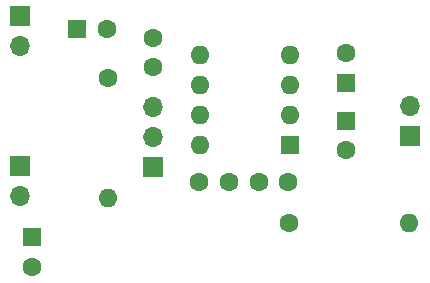
<source format=gbr>
%TF.GenerationSoftware,KiCad,Pcbnew,6.0.11-3.fc37*%
%TF.CreationDate,2023-05-27T19:12:10+01:00*%
%TF.ProjectId,tda2822 board,74646132-3832-4322-9062-6f6172642e6b,rev?*%
%TF.SameCoordinates,Original*%
%TF.FileFunction,Soldermask,Bot*%
%TF.FilePolarity,Negative*%
%FSLAX46Y46*%
G04 Gerber Fmt 4.6, Leading zero omitted, Abs format (unit mm)*
G04 Created by KiCad (PCBNEW 6.0.11-3.fc37) date 2023-05-27 19:12:10*
%MOMM*%
%LPD*%
G01*
G04 APERTURE LIST*
%ADD10C,1.600000*%
%ADD11R,1.600000X1.600000*%
%ADD12O,1.600000X1.600000*%
%ADD13R,1.700000X1.700000*%
%ADD14O,1.700000X1.700000*%
G04 APERTURE END LIST*
D10*
%TO.C,C7*%
X180650000Y-96200000D03*
X178150000Y-96200000D03*
%TD*%
D11*
%TO.C,U1*%
X185800000Y-93000000D03*
D12*
X185800000Y-90460000D03*
X185800000Y-87920000D03*
X185800000Y-85380000D03*
X178180000Y-85380000D03*
X178180000Y-87920000D03*
X178180000Y-90460000D03*
X178180000Y-93000000D03*
%TD*%
D13*
%TO.C,J3*%
X196020000Y-92305000D03*
D14*
X196020000Y-89765000D03*
%TD*%
%TO.C,J2*%
X163000000Y-84680000D03*
D13*
X163000000Y-82140000D03*
%TD*%
%TO.C,J1*%
X163000000Y-94840000D03*
D14*
X163000000Y-97380000D03*
%TD*%
D13*
%TO.C,RV1*%
X174200000Y-94925000D03*
D14*
X174200000Y-92385000D03*
X174200000Y-89845000D03*
%TD*%
D12*
%TO.C,R2*%
X195880000Y-99600000D03*
D10*
X185720000Y-99600000D03*
%TD*%
%TO.C,R1*%
X170400000Y-87320000D03*
D12*
X170400000Y-97480000D03*
%TD*%
D10*
%TO.C,C6*%
X183200000Y-96200000D03*
X185700000Y-96200000D03*
%TD*%
D11*
%TO.C,C5*%
X190600000Y-90974435D03*
D10*
X190600000Y-93474435D03*
%TD*%
D11*
%TO.C,C4*%
X190600000Y-87760224D03*
D10*
X190600000Y-85260224D03*
%TD*%
%TO.C,C3*%
X174200000Y-83950000D03*
X174200000Y-86450000D03*
%TD*%
D11*
%TO.C,C2*%
X167839776Y-83200000D03*
D10*
X170339776Y-83200000D03*
%TD*%
%TO.C,C1*%
X164000000Y-103339776D03*
D11*
X164000000Y-100839776D03*
%TD*%
M02*

</source>
